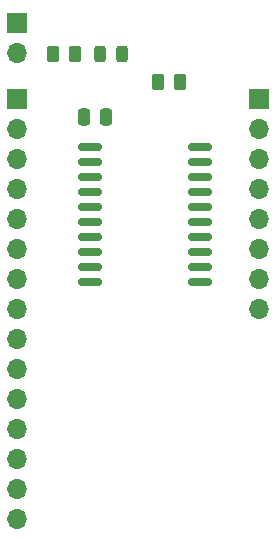
<source format=gbr>
%TF.GenerationSoftware,KiCad,Pcbnew,8.0.0*%
%TF.CreationDate,2024-03-30T13:04:04-05:00*%
%TF.ProjectId,PIC_DEV_Board,5049435f-4445-4565-9f42-6f6172642e6b,rev?*%
%TF.SameCoordinates,Original*%
%TF.FileFunction,Soldermask,Top*%
%TF.FilePolarity,Negative*%
%FSLAX46Y46*%
G04 Gerber Fmt 4.6, Leading zero omitted, Abs format (unit mm)*
G04 Created by KiCad (PCBNEW 8.0.0) date 2024-03-30 13:04:04*
%MOMM*%
%LPD*%
G01*
G04 APERTURE LIST*
G04 Aperture macros list*
%AMRoundRect*
0 Rectangle with rounded corners*
0 $1 Rounding radius*
0 $2 $3 $4 $5 $6 $7 $8 $9 X,Y pos of 4 corners*
0 Add a 4 corners polygon primitive as box body*
4,1,4,$2,$3,$4,$5,$6,$7,$8,$9,$2,$3,0*
0 Add four circle primitives for the rounded corners*
1,1,$1+$1,$2,$3*
1,1,$1+$1,$4,$5*
1,1,$1+$1,$6,$7*
1,1,$1+$1,$8,$9*
0 Add four rect primitives between the rounded corners*
20,1,$1+$1,$2,$3,$4,$5,0*
20,1,$1+$1,$4,$5,$6,$7,0*
20,1,$1+$1,$6,$7,$8,$9,0*
20,1,$1+$1,$8,$9,$2,$3,0*%
G04 Aperture macros list end*
%ADD10RoundRect,0.243750X0.243750X0.456250X-0.243750X0.456250X-0.243750X-0.456250X0.243750X-0.456250X0*%
%ADD11RoundRect,0.250000X-0.262500X-0.450000X0.262500X-0.450000X0.262500X0.450000X-0.262500X0.450000X0*%
%ADD12R,1.700000X1.700000*%
%ADD13O,1.700000X1.700000*%
%ADD14RoundRect,0.250000X0.250000X0.475000X-0.250000X0.475000X-0.250000X-0.475000X0.250000X-0.475000X0*%
%ADD15RoundRect,0.150000X-0.875000X-0.150000X0.875000X-0.150000X0.875000X0.150000X-0.875000X0.150000X0*%
G04 APERTURE END LIST*
D10*
%TO.C,D1*%
X145900000Y-89200000D03*
X144025000Y-89200000D03*
%TD*%
D11*
%TO.C,R2*%
X140100000Y-89200000D03*
X141925000Y-89200000D03*
%TD*%
D12*
%TO.C,J4*%
X137000000Y-86500000D03*
D13*
X137000000Y-89040000D03*
%TD*%
D14*
%TO.C,C1*%
X144600000Y-94500000D03*
X142700000Y-94500000D03*
%TD*%
D12*
%TO.C,J1*%
X157500000Y-93000000D03*
D13*
X157500000Y-95540000D03*
X157500000Y-98080000D03*
X157500000Y-100620000D03*
X157500000Y-103160000D03*
X157500000Y-105700000D03*
X157500000Y-108240000D03*
X157500000Y-110780000D03*
%TD*%
D15*
%TO.C,U1*%
X143200000Y-97000000D03*
X143200000Y-98270000D03*
X143200000Y-99540000D03*
X143200000Y-100810000D03*
X143200000Y-102080000D03*
X143200000Y-103350000D03*
X143200000Y-104620000D03*
X143200000Y-105890000D03*
X143200000Y-107160000D03*
X143200000Y-108430000D03*
X152500000Y-108430000D03*
X152500000Y-107160000D03*
X152500000Y-105890000D03*
X152500000Y-104620000D03*
X152500000Y-103350000D03*
X152500000Y-102080000D03*
X152500000Y-100810000D03*
X152500000Y-99540000D03*
X152500000Y-98270000D03*
X152500000Y-97000000D03*
%TD*%
D11*
%TO.C,R1*%
X149000000Y-91500000D03*
X150825000Y-91500000D03*
%TD*%
D12*
%TO.C,J3*%
X137000000Y-92980000D03*
D13*
X137000000Y-95520000D03*
X137000000Y-98060000D03*
X137000000Y-100600000D03*
X137000000Y-103140000D03*
X137000000Y-105680000D03*
X137000000Y-108220000D03*
X137000000Y-110760000D03*
X137000000Y-113300000D03*
X137000000Y-115840000D03*
X137000000Y-118380000D03*
X137000000Y-120920000D03*
X137000000Y-123460000D03*
X137000000Y-126000000D03*
X137000000Y-128540000D03*
%TD*%
M02*

</source>
